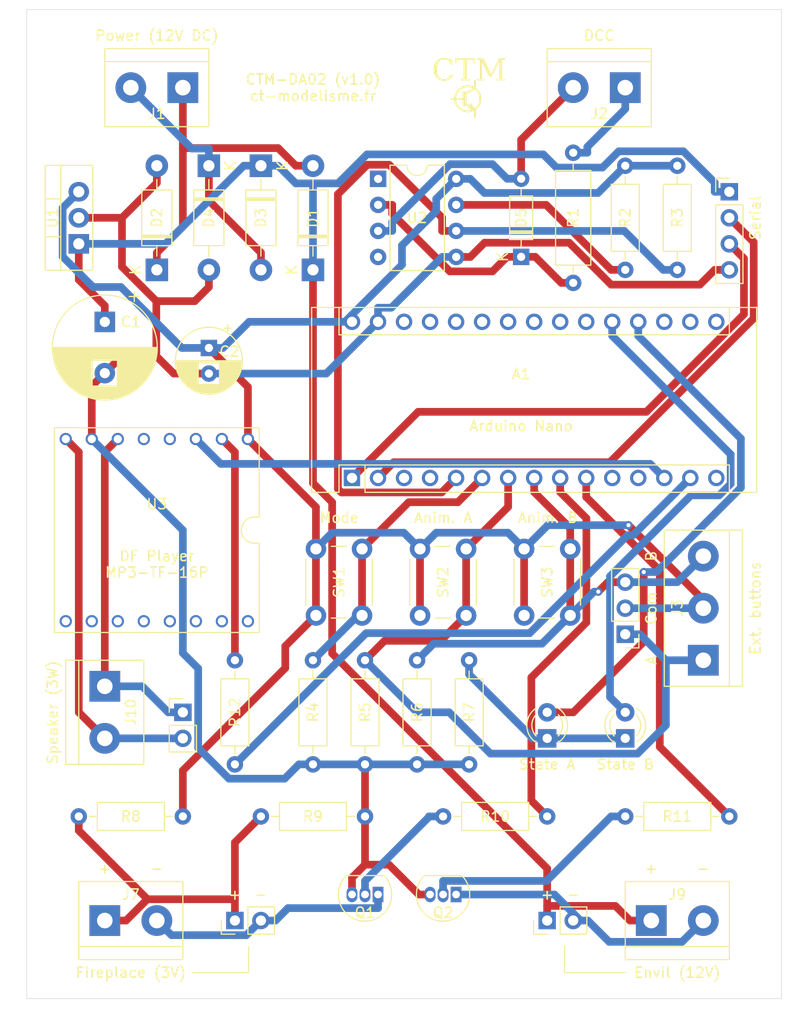
<source format=kicad_pcb>
(kicad_pcb (version 20221018) (generator pcbnew)
  (title_block (title "DA02 - Black-smith - PCB") (date "2023-11-02") (rev "1.0") (company "CT-Modélisme (ct-modelisme.fr)"))
  (layers (0 "F.Cu" signal) (31 "B.Cu" signal) (34 "B.Paste" user) (35 "F.Paste" user) (36 "B.SilkS" user "B.Silkscreen") (37 "F.SilkS" user "F.Silkscreen") (38 "B.Mask" user) (39 "F.Mask" user) (44 "Edge.Cuts" user))
  (net 0 "")
  (net 1 "Net-(A1-Pad1)")
  (net 3 "Net-(A1-Pad2)")
  (net 6 "SW_ANIMATION_A")
  (net 8 "SW_ANIMATION_B")
  (net 9 "DCC")
  (net 10 "FIREPLACE")
  (net 11 "ENVIL")
  (net 15 "DFP_RX")
  (net 16 "SW_MODE")
  (net 17 "DFP_TX")
  (net 18 "LED_STATE_A")
  (net 19 "LED_STATE_B")
  (net 23 "GND")
  (net 25 "+5V")
  (net 28 "VCC")
  (net 29 "Net-(D1-Pad2)")
  (net 30 "Net-(D3-Pad2)")
  (net 31 "Net-(D5-Pad1)")
  (net 33 "Net-(J2-Pad1)")
  (net 34 "Net-(J6-Pad1)")
  (net 35 "Net-(J6-Pad2)")
  (net 36 "Net-(J8-Pad2)")
  (net 37 "Net-(J10-Pad2)")
  (net 38 "Net-(J10-Pad1)")
  (net 39 "Net-(Q1-Pad2)")
  (net 40 "Net-(Q2-Pad2)")
  (net 41 "Net-(R2-Pad2)")
  (net 42 "Net-(R12-Pad2)")
  (net 55 "Net-(D5-Pad2)")
  (net 57 "Net-(D6-Pad1)")
  (footprint "Resistor_THT:R_Axial_DIN0207_L6.3mm_D2.5mm_P10.16mm_Horizontal" (layer "F.Cu") (at 155.43 124.95 180)
    (fp_text reference "R10")
    (fp_text value "2.2k")
  )
  (footprint "Diode_THT:D_DO-41_SOD81_P10.16mm_Horizontal" (layer "F.Cu") (at 122.41 61.45 -90)
    (fp_text reference "D4")
    (fp_text value "1N4001")
  )
  (footprint "Package_TO_SOT_THT:TO-92_Inline" (layer "F.Cu") (at 146.54 132.57 180)
    (fp_text reference "Q2")
    (fp_text value "BC547")
  )
  (footprint "Package_DIP:DIP-8_W7.62mm" (layer "F.Cu") (at 138.93 62.73)
    (fp_text reference "U2")
    (fp_text value "6N137")
  )
  (footprint "Connector_PinHeader_2.54mm:PinHeader_1x02_P2.54mm_Vertical" (layer "F.Cu") (at 124.95 135.11 90)
    (fp_text reference "J6" hide)
    (fp_text value "Connector 01x02")
  )
  (footprint "Connector_PinHeader_2.54mm:PinHeader_1x03_P2.54mm_Vertical" (layer "F.Cu") (at 163.05 107.17 180)
    (fp_text reference "J4" hide)
    (fp_text value "Connector 01x03")
  )
  (footprint "Resistor_THT:R_Axial_DIN0207_L6.3mm_D2.5mm_P10.16mm_Horizontal" (layer "F.Cu") (at 132.57 109.71 -90)
    (fp_text reference "R4")
    (fp_text value "1k")
  )
  (footprint "Connector_PinHeader_2.54mm:PinHeader_1x02_P2.54mm_Vertical" (layer "F.Cu") (at 155.43 135.11 90)
    (fp_text reference "J8" hide)
    (fp_text value "Connector 01x02")
  )
  (footprint "MountingHole:MountingHole_3.2mm_M3" (layer "F.Cu") (at 107.17 140.19)
    (fp_text reference "H4" hide)
    (fp_text value "MountingHole")
  )
  (footprint "Module:Arduino_Nano" (layer "F.Cu") (at 136.38 91.92 90)
    (fp_text reference "A1")
    (fp_text value "Arduino Nano")
  )
  (footprint "Diode_THT:D_DO-41_SOD81_P10.16mm_Horizontal" (layer "F.Cu") (at 117.33 71.61 90)
    (fp_text reference "D2")
    (fp_text value "1N4001")
  )
  (footprint "Capacitor_THT:CP_Radial_D10.0mm_P5.00mm" (layer "F.Cu") (at 112.25 76.69 -90)
    (fp_text reference "C1")
    (fp_text value "470µF")
  )
  (footprint "Button_Switch_THT:SW_PUSH_6mm" (layer "F.Cu") (at 143.02 105.34 90)
    (fp_text reference "SW2")
    (fp_text value "Embeded push btn")
  )
  (footprint "Resistor_THT:R_Axial_DIN0207_L6.3mm_D2.5mm_P10.16mm_Horizontal" (layer "F.Cu") (at 119.87 124.95 180)
    (fp_text reference "R8")
    (fp_text value "56")
  )
  (footprint "Resistor_THT:R_Axial_DIN0207_L6.3mm_D2.5mm_P10.16mm_Horizontal" (layer "F.Cu") (at 142.73 109.71 -90)
    (fp_text reference "R6")
    (fp_text value "1k")
  )
  (footprint "Package_TO_SOT_THT:TO-220-3_Vertical" (layer "F.Cu") (at 109.71 69.07 90)
    (fp_text reference "U1")
    (fp_text value "LM7805")
  )
  (footprint "Resistor_THT:R_Axial_DIN0207_L6.3mm_D2.5mm_P10.16mm_Horizontal" (layer "F.Cu") (at 147.81 119.87 90)
    (fp_text reference "R7")
    (fp_text value "1k")
  )
  (footprint "MountingHole:MountingHole_3.2mm_M3" (layer "F.Cu") (at 175.75 140.19)
    (fp_text reference "H3" hide)
    (fp_text value "MountingHole")
  )
  (footprint "Connector_PinHeader_2.54mm:PinHeader_1x02_P2.54mm_Vertical" (layer "F.Cu") (at 119.87 114.79)
    (fp_text reference "J11" hide)
    (fp_text value "Connector 01x02")
  )
  (footprint "MountingHole:MountingHole_3.2mm_M3" (layer "F.Cu") (at 107.17 48.75)
    (fp_text reference "H1" hide)
    (fp_text value "MountingHole")
  )
  (footprint "Capacitor_THT:CP_Radial_D6.3mm_P2.50mm" (layer "F.Cu") (at 122.41 79.23 -90)
    (fp_text reference "C2")
    (fp_text value "10µF")
  )
  (footprint "Resistor_THT:R_Axial_DIN0207_L6.3mm_D2.5mm_P10.16mm_Horizontal" (layer "F.Cu") (at 137.65 109.71 -90)
    (fp_text reference "R5")
    (fp_text value "1k")
  )
  (footprint "TerminalBlock:TerminalBlock_bornier-2_P5.08mm" (layer "F.Cu") (at 112.25 112.25 -90)
    (fp_text reference "J10")
    (fp_text value "Terminal 01x02")
  )
  (footprint "Connector_PinHeader_2.54mm:PinHeader_1x04_P2.54mm_Vertical" (layer "F.Cu") (at 173.21 63.99)
    (fp_text reference "J5" hide)
    (fp_text value "Connector 01x04")
  )
  (footprint "CTM:DFRobot_DFPlayerMini_DFR0299" (layer "F.Cu") (at 117.33 97.01 180)
    (fp_text reference "U3")
    (fp_text value "DFPlayerMini")
  )
  (footprint "Button_Switch_THT:SW_PUSH_6mm" (layer "F.Cu") (at 153.18 105.34 90)
    (fp_text reference "SW3")
    (fp_text value "Embeded push btn")
  )
  (footprint "TerminalBlock:TerminalBlock_bornier-2_P5.08mm" (layer "F.Cu") (at 112.25 135.11)
    (fp_text reference "J7")
    (fp_text value "Terminal 01x02")
  )
  (footprint "Resistor_THT:R_Axial_DIN0207_L6.3mm_D2.5mm_P10.16mm_Horizontal" (layer "F.Cu") (at 127.49 124.95)
    (fp_text reference "R9")
    (fp_text value "100")
  )
  (footprint "MountingHole:MountingHole_3.2mm_M3" (layer "F.Cu") (at 175.75 48.75)
    (fp_text reference "H2" hide)
    (fp_text value "MountingHole")
  )
  (footprint "Button_Switch_THT:SW_PUSH_6mm" (layer "F.Cu") (at 132.86 105.34 90)
    (fp_text reference "SW1")
    (fp_text value "Embeded push btn")
  )
  (footprint "LED_THT:LED_D3.0mm" (layer "F.Cu") (at 155.43 117.33 90)
    (fp_text reference "D6" hide)
    (fp_text value "LED")
  )
  (footprint "Package_TO_SOT_THT:TO-92_Inline" (layer "F.Cu") (at 138.92 132.57 180)
    (fp_text reference "Q1")
    (fp_text value "BC547")
  )
  (footprint "Diode_THT:D_DO-35_SOD27_P7.62mm_Horizontal" (layer "F.Cu") (at 152.89 70.34 90)
    (fp_text reference "D5")
    (fp_text value "1N4148")
  )
  (footprint "Resistor_THT:R_Axial_DIN0207_L6.3mm_D2.5mm_P10.16mm_Horizontal" (layer "F.Cu") (at 124.95 119.87 90)
    (fp_text reference "R12")
    (fp_text value "1k")
  )
  (footprint "Diode_THT:D_DO-41_SOD81_P10.16mm_Horizontal" (layer "F.Cu") (at 132.57 71.61 90)
    (fp_text reference "D1")
    (fp_text value "1N4001")
  )
  (footprint "TerminalBlock:TerminalBlock_bornier-2_P5.08mm" (layer "F.Cu") (at 165.59 135.11)
    (fp_text reference "J9")
    (fp_text value "Terminal 01x02")
  )
  (footprint "Resistor_THT:R_Axial_DIN0309_L9.0mm_D3.2mm_P12.70mm_Horizontal" (layer "F.Cu") (at 157.97 72.88 90)
    (fp_text reference "R1")
    (fp_text value "1k (1W)")
  )
  (footprint "Resistor_THT:R_Axial_DIN0207_L6.3mm_D2.5mm_P10.16mm_Horizontal" (layer "F.Cu") (at 163.05 61.45 -90)
    (fp_text reference "R2")
    (fp_text value "10k")
  )
  (footprint "Diode_THT:D_DO-41_SOD81_P10.16mm_Horizontal" (layer "F.Cu") (at 127.49 61.45 -90)
    (fp_text reference "D3")
    (fp_text value "1N4001")
  )
  (footprint "LED_THT:LED_D3.0mm" (layer "F.Cu") (at 163.05 117.33 90)
    (fp_text reference "D7" hide)
    (fp_text value "LED")
  )
  (footprint "Resistor_THT:R_Axial_DIN0207_L6.3mm_D2.5mm_P10.16mm_Horizontal" (layer "F.Cu") (at 173.21 124.95 180)
    (fp_text reference "R11")
    (fp_text value "2.2k")
  )
  (footprint "CTM:Logo_CTM_7mm" (layer "F.Cu") (at 147.81 53.83)
    (fp_text reference "G***" hide)
    (fp_text value "LOGO" hide)
  )
  (footprint "TerminalBlock:TerminalBlock_bornier-2_P5.08mm" (layer "F.Cu") (at 119.87 53.83 180)
    (fp_text reference "J1")
    (fp_text value "Terminal 01x02")
  )
  (footprint "TerminalBlock:TerminalBlock_bornier-3_P5.08mm" (layer "F.Cu") (at 170.67 109.71 90)
    (fp_text reference "J3")
    (fp_text value "Terminal 01x03")
  )
  (footprint "TerminalBlock:TerminalBlock_bornier-2_P5.08mm" (layer "F.Cu") (at 163.05 53.83 180)
    (fp_text reference "J2")
    (fp_text value "Terminal 01x02")
  )
  (footprint "Resistor_THT:R_Axial_DIN0207_L6.3mm_D2.5mm_P10.16mm_Horizontal" (layer "F.Cu") (at 168.13 61.45 -90)
    (fp_text reference "R3")
    (fp_text value "10k")
  )
  (gr_line (start 157.124253 140.19) (end 157.124253 137.63187) (stroke (width 0.12)) (layer "F.SilkS"))
  (gr_line (start 163.05 140.19) (end 157.124253 140.19) (stroke (width 0.12)) (layer "F.SilkS"))
  (gr_line (start 126.286336 140.19) (end 126.286336 137.670051) (stroke (width 0.12)) (layer "F.SilkS"))
  (gr_line (start 120.826447 140.19) (end 126.286336 140.19) (stroke (width 0.12)) (layer "F.SilkS"))
  (gr_line (start 104.63 142.73) (end 104.63 46.21) (stroke (width 0.05)) (layer "Edge.Cuts"))
  (gr_line (start 104.63 142.73) (end 178.29 142.73) (stroke (width 0.05)) (layer "Edge.Cuts"))
  (gr_line (start 104.63 46.21) (end 178.29 46.21) (stroke (width 0.05)) (layer "Edge.Cuts"))
  (gr_line (start 178.29 142.73) (end 178.29 46.21) (stroke (width 0.05)) (layer "Edge.Cuts"))
  (gr_text "-" (at 127.49 132.57) (layer "F.SilkS") (effects (font (size 1 1))))
  (gr_text "+" (at 124.95 132.57) (layer "F.SilkS") (effects (font (size 1 1))))
  (gr_text "+" (at 155.43 132.57) (layer "F.SilkS") (effects (font (size 1 1))))
  (gr_text "Serial" (at 175.75 66.53 90) (layer "F.SilkS") (effects (font (size 1 1))))
  (gr_text "-" (at 170.67 130.03) (layer "F.SilkS") (effects (font (size 1 1))))
  (gr_text "Anim. B" (at 155.486868 95.793583) (layer "F.SilkS") (effects (font (size 1 1))))
  (gr_text "Fireplace (3V)" (at 114.79 140.19) (layer "F.SilkS") (effects (font (size 1 1))))
  (gr_text "DCC" (at 160.51 48.75) (layer "F.SilkS") (effects (font (size 1 1))))
  (gr_text "+" (at 165.59 130.03) (layer "F.SilkS") (effects (font (size 1 1))))
  (gr_text "Ext. buttons" (at 175.75 104.63 90) (layer "F.SilkS") (effects (font (size 1 1))))
  (gr_text "DF Player\nMP3-TF-16P" (at 117.33 100.34) (layer "F.SilkS") (effects (font (size 1 1))))
  (gr_text "A" (at 165.59 109.71 90) (layer "F.SilkS") (effects (font (size 1 1))))
  (gr_text "State B" (at 163.05 119.87) (layer "F.SilkS") (effects (font (size 1 1))))
  (gr_text "+" (at 112.25 130.03) (layer "F.SilkS") (effects (font (size 1 1))))
  (gr_text "Arduino Nano" (at 152.89 86.85) (layer "F.SilkS") (effects (font (size 1 1))))
  (gr_text "-" (at 117.33 130.03) (layer "F.SilkS") (effects (font (size 1 1))))
  (gr_text "B" (at 165.59 99.55 90) (layer "F.SilkS") (effects (font (size 1 1))))
  (gr_text "Com" (at 165.59 104.63 90) (layer "F.SilkS") (effects (font (size 1 1))))
  (gr_text "Envil (12V)" (at 168.13 140.19) (layer "F.SilkS") (effects (font (size 1 1))))
  (gr_text "Mode" (at 135.128887 95.793583) (layer "F.SilkS") (effects (font (size 1 1))))
  (gr_text "Power (12V DC)" (at 117.33 48.75) (layer "F.SilkS") (effects (font (size 1 1))))
  (gr_text "-" (at 157.97 132.57) (layer "F.SilkS") (effects (font (size 1 1))))
  (gr_text "State A" (at 155.43 119.87) (layer "F.SilkS") (effects (font (size 1 1))))
  (gr_text "CTM-DA02 (v1.0)\nct-modelisme.fr" (at 132.57 53.83) (layer "F.SilkS") (effects (font (size 1 1))))
  (gr_text "Anim. A" (at 145.276364 95.793583) (layer "F.SilkS") (effects (font (size 1 1))))
  (gr_text "Speaker (3W)" (at 107.17 114.79 90) (layer "F.SilkS") (effects (font (size 1 1))))
  (segment (start 142.8354 85.4646) (end 136.38 91.92) (width 0.75) (layer "F.Cu") (net 1))
  (segment (start 165.1107 85.4646) (end 142.8354 85.4646) (width 0.75) (layer "F.Cu") (net 1))
  (segment (start 174.6378 75.9375) (end 165.1107 85.4646) (width 0.75) (layer "F.Cu") (net 1))
  (segment (start 174.6378 70.4978) (end 174.6378 75.9375) (width 0.75) (layer "F.Cu") (net 1))
  (segment (start 173.21 69.07) (end 174.6378 70.4978) (width 0.75) (layer "F.Cu") (net 1))
  (segment (start 138.92 91.92) (end 140.4566 90.3834) (width 0.75) (layer "F.Cu") (net 3))
  (segment (start 175.5905 76.3409) (end 175.5905 68.9105) (width 0.75) (layer "F.Cu") (net 3))
  (segment (start 140.4566 90.3834) (end 161.548 90.3834) (width 0.75) (layer "F.Cu") (net 3))
  (segment (start 175.5905 68.9105) (end 173.21 66.53) (width 0.75) (layer "F.Cu") (net 3))
  (segment (start 161.548 90.3834) (end 175.5905 76.3409) (width 0.75) (layer "F.Cu") (net 3))
  (segment (start 147.52 98.84) (end 151.62 94.74) (width 0.75) (layer "F.Cu") (net 6))
  (segment (start 147.52 105.34) (end 147.52 98.84) (width 0.75) (layer "F.Cu") (net 6))
  (segment (start 145.0485 107.8115) (end 147.52 105.34) (width 0.75) (layer "F.Cu") (net 6))
  (segment (start 151.62 94.74) (end 151.62 91.92) (width 0.75) (layer "F.Cu") (net 6))
  (segment (start 139.5485 107.8115) (end 145.0485 107.8115) (width 0.75) (layer "F.Cu") (net 6))
  (segment (start 137.65 109.71) (end 139.5485 107.8115) (width 0.75) (layer "F.Cu") (net 6))
  (segment (start 163.05 107.17) (end 164.4769 107.17) (width 0.75) (layer "B.Cu") (net 6))
  (segment (start 167.0169 116.0553) (end 164.2534 118.8188) (width 0.75) (layer "B.Cu") (net 6))
  (segment (start 164.2534 118.8188) (end 149.8937 118.8188) (width 0.75) (layer "B.Cu") (net 6))
  (segment (start 145.8649 114.79) (end 142.73 114.79) (width 0.75) (layer "B.Cu") (net 6))
  (segment (start 170.67 109.71) (end 167.0169 109.71) (width 0.75) (layer "B.Cu") (net 6))
  (segment (start 167.0169 109.71) (end 164.4769 107.17) (width 0.75) (layer "B.Cu") (net 6))
  (segment (start 142.73 114.79) (end 137.65 109.71) (width 0.75) (layer "B.Cu") (net 6))
  (segment (start 149.8937 118.8188) (end 145.8649 114.79) (width 0.75) (layer "B.Cu") (net 6))
  (segment (start 167.0169 109.71) (end 167.0169 116.0553) (width 0.75) (layer "B.Cu") (net 6))
  (segment (start 157.68 96.8169) (end 154.16 93.2969) (width 0.75) (layer "F.Cu") (net 8))
  (segment (start 161.3453 102.09) (end 160.4188 103.0165) (width 0.75) (layer "F.Cu") (net 8))
  (segment (start 157.68 98.84) (end 157.68 96.8169) (width 0.75) (layer "F.Cu") (net 8))
  (segment (start 163.05 102.09) (end 161.3453 102.09) (width 0.75) (layer "F.Cu") (net 8))
  (segment (start 154.16 91.92) (end 154.16 93.2969) (width 0.75) (layer "F.Cu") (net 8))
  (segment (start 157.68 105.34) (end 157.68 98.84) (width 0.75) (layer "F.Cu") (net 8))
  (via (at 160.4188 103.0165) (size 0.8) (drill 0.4) (layers "F.Cu" "B.Cu") (net 8))
  (segment (start 157.68 105.34) (end 154.9252 108.0948) (width 0.75) (layer "B.Cu") (net 8))
  (segment (start 164.4769 102.09) (end 168.13 102.09) (width 0.75) (layer "B.Cu") (net 8))
  (segment (start 157.68 105.34) (end 160.0035 103.0165) (width 0.75) (layer "B.Cu") (net 8))
  (segment (start 144.3452 108.0948) (end 142.73 109.71) (width 0.75) (layer "B.Cu") (net 8))
  (segment (start 154.9252 108.0948) (end 144.3452 108.0948) (width 0.75) (layer "B.Cu") (net 8))
  (segment (start 160.0035 103.0165) (end 160.4188 103.0165) (width 0.75) (layer "B.Cu") (net 8))
  (segment (start 168.13 102.09) (end 170.67 99.55) (width 0.75) (layer "B.Cu") (net 8))
  (segment (start 163.05 102.09) (end 164.4769 102.09) (width 0.75) (layer "B.Cu") (net 8))
  (segment (start 145.1287 93.3313) (end 135.3483 93.3313) (width 0.75) (layer "F.Cu") (net 9))
  (segment (start 135.3483 93.3313) (end 135.0031 92.9861) (width 0.75) (layer "F.Cu") (net 9))
  (segment (start 135.0031 64.2232) (end 137.8732 61.3531) (width 0.75) (layer "F.Cu") (net 9))
  (segment (start 146.55 67.81) (end 145.1731 67.81) (width 0.75) (layer "F.Cu") (net 9))
  (segment (start 146.54 91.92) (end 145.1287 93.3313) (width 0.75) (layer "F.Cu") (net 9))
  (segment (start 137.8732 61.3531) (end 140.007 61.3531) (width 0.75) (layer "F.Cu") (net 9))
  (segment (start 140.007 61.3531) (end 145.1731 66.5192) (width 0.75) (layer "F.Cu") (net 9))
  (segment (start 145.1731 66.5192) (end 145.1731 67.81) (width 0.75) (layer "F.Cu") (net 9))
  (segment (start 135.0031 92.9861) (end 135.0031 64.2232) (width 0.75) (layer "F.Cu") (net 9))
  (segment (start 168.13 71.61) (end 166.7531 71.61) (width 0.75) (layer "B.Cu") (net 9))
  (segment (start 162.9531 67.81) (end 146.55 67.81) (width 0.75) (layer "B.Cu") (net 9))
  (segment (start 166.7531 71.61) (end 162.9531 67.81) (width 0.75) (layer "B.Cu") (net 9))
  (segment (start 153.8864 111.3911) (end 153.8864 123.4064) (width 0.75) (layer "F.Cu") (net 10))
  (segment (start 159.2569 95.8538) (end 159.2569 106.0206) (width 0.75) (layer "F.Cu") (net 10))
  (segment (start 159.2569 106.0206) (end 153.8864 111.3911) (width 0.75) (layer "F.Cu") (net 10))
  (segment (start 156.7 93.2969) (end 159.2569 95.8538) (width 0.75) (layer "F.Cu") (net 10))
  (segment (start 156.7 91.92) (end 156.7 93.2969) (width 0.75) (layer "F.Cu") (net 10))
  (segment (start 153.8864 123.4064) (end 155.43 124.95) (width 0.75) (layer "F.Cu") (net 10))
  (segment (start 166.422 118.162) (end 166.422 100.9635) (width 0.75) (layer "F.Cu") (net 11))
  (segment (start 159.24 91.92) (end 159.24 93.2969) (width 0.75) (layer "F.Cu") (net 11))
  (segment (start 166.422 100.9635) (end 159.24 93.7815) (width 0.75) (layer "F.Cu") (net 11))
  (segment (start 173.21 124.95) (end 166.422 118.162) (width 0.75) (layer "F.Cu") (net 11))
  (segment (start 159.24 93.7815) (end 159.24 93.2969) (width 0.75) (layer "F.Cu") (net 11))
  (segment (start 121.14 88.12) (end 123.563 90.543) (width 0.75) (layer "B.Cu") (net 15))
  (segment (start 123.563 90.543) (end 165.483 90.543) (width 0.75) (layer "B.Cu") (net 15))
  (segment (start 165.483 90.543) (end 166.86 91.92) (width 0.75) (layer "B.Cu") (net 15))
  (segment (start 141.9168 94.2832) (end 137.36 98.84) (width 0.75) (layer "F.Cu") (net 16))
  (segment (start 149.08 91.92) (end 146.7168 94.2832) (width 0.75) (layer "F.Cu") (net 16))
  (segment (start 137.36 105.34) (end 137.36 98.84) (width 0.75) (layer "F.Cu") (net 16))
  (segment (start 146.7168 94.2832) (end 141.9168 94.2832) (width 0.75) (layer "F.Cu") (net 16))
  (segment (start 136.94 105.34) (end 132.57 109.71) (width 0.75) (layer "B.Cu") (net 16))
  (segment (start 137.36 105.34) (end 136.94 105.34) (width 0.75) (layer "B.Cu") (net 16))
  (segment (start 169.4 91.92) (end 163.8165 97.5035) (width 0.75) (layer "B.Cu") (net 17))
  (segment (start 153.7267 107.0632) (end 137.7568 107.0632) (width 0.75) (layer "B.Cu") (net 17))
  (segment (start 163.2864 97.5035) (end 153.7267 107.0632) (width 0.75) (layer "B.Cu") (net 17))
  (segment (start 137.7568 107.0632) (end 124.95 119.87) (width 0.75) (layer "B.Cu") (net 17))
  (segment (start 163.8165 97.5035) (end 163.2864 97.5035) (width 0.75) (layer "B.Cu") (net 17))
  (segment (start 164.8564 107.9154) (end 164.8564 101.0998) (width 0.75) (layer "F.Cu") (net 18))
  (segment (start 157.9818 114.79) (end 164.8564 107.9154) (width 0.75) (layer "F.Cu") (net 18))
  (segment (start 155.43 114.79) (end 157.9818 114.79) (width 0.75) (layer "F.Cu") (net 18))
  (via (at 164.8564 101.0998) (size 0.8) (drill 0.4) (layers "F.Cu" "B.Cu") (net 18))
  (segment (start 164.32 76.68) (end 164.32 78.0569) (width 0.75) (layer "B.Cu") (net 18))
  (segment (start 164.8564 101.0998) (end 166.104 101.0998) (width 0.75) (layer "B.Cu") (net 18))
  (segment (start 174.3356 88.0725) (end 164.32 78.0569) (width 0.75) (layer "B.Cu") (net 18))
  (segment (start 166.104 101.0998) (end 174.3356 92.8682) (width 0.75) (layer "B.Cu") (net 18))
  (segment (start 174.3356 92.8682) (end 174.3356 88.0725) (width 0.75) (layer "B.Cu") (net 18))
  (segment (start 172.2172 93.6178) (end 169.4615 93.6178) (width 0.75) (layer "B.Cu") (net 19))
  (segment (start 161.78 78.0569) (end 173.3397 89.6166) (width 0.75) (layer "B.Cu") (net 19))
  (segment (start 161.78 76.68) (end 161.78 78.0569) (width 0.75) (layer "B.Cu") (net 19))
  (segment (start 161.5632 113.3032) (end 163.05 114.79) (width 0.75) (layer "B.Cu") (net 19))
  (segment (start 173.3397 92.4953) (end 172.2172 93.6178) (width 0.75) (layer "B.Cu") (net 19))
  (segment (start 161.5632 101.5161) (end 161.5632 113.3032) (width 0.75) (layer "B.Cu") (net 19))
  (segment (start 173.3397 89.6166) (end 173.3397 92.4953) (width 0.75) (layer "B.Cu") (net 19))
  (segment (start 169.4615 93.6178) (end 161.5632 101.5161) (width 0.75) (layer "B.Cu") (net 19))
  (segment (start 170.3404 73.0527) (end 161.6687 73.0527) (width 0.75) (layer "F.Cu") (net 23))
  (segment (start 111.2869 66.53) (end 113.9269 66.53) (width 0.75) (layer "F.Cu") (net 23))
  (segment (start 171.7831 71.61) (end 170.3404 73.0527) (width 0.75) (layer "F.Cu") (net 23))
  (segment (start 146.55 70.35) (end 147.9269 70.35) (width 0.75) (layer "F.Cu") (net 23))
  (segment (start 137.65 124.95) (end 137.65 126.3269) (width 0.75) (layer "F.Cu") (net 23))
  (segment (start 157.5774 68.9614) (end 149.3155 68.9614) (width 0.75) (layer "F.Cu") (net 23))
  (segment (start 109.71 66.53) (end 111.2869 66.53) (width 0.75) (layer "F.Cu") (net 23))
  (segment (start 137.65 129.6584) (end 137.65 126.3269) (width 0.75) (layer "F.Cu") (net 23))
  (segment (start 139.9865 129.6584) (end 142.8981 132.57) (width 0.75) (layer "F.Cu") (net 23))
  (segment (start 113.9269 66.53) (end 117.33 63.1269) (width 0.75) (layer "F.Cu") (net 23))
  (segment (start 113.9269 71.3107) (end 117.28 74.6638) (width 0.75) (layer "F.Cu") (net 23))
  (segment (start 122.41 71.61) (end 122.41 73.2869) (width 0.75) (layer "F.Cu") (net 23))
  (segment (start 137.65 124.95) (end 137.65 119.87) (width 0.75) (layer "F.Cu") (net 23))
  (segment (start 136.38 130.9284) (end 137.65 129.6584) (width 0.75) (layer "F.Cu") (net 23))
  (segment (start 161.6687 73.0527) (end 157.5774 68.9614) (width 0.75) (layer "F.Cu") (net 23))
  (segment (start 110.98 88.12) (end 110.98 82.96) (width 0.75) (layer "F.Cu") (net 23))
  (segment (start 144 132.57) (end 142.8981 132.57) (width 0.75) (layer "F.Cu") (net 23))
  (segment (start 112.25 81.69) (end 113.9097 80.0303) (width 0.75) (layer "F.Cu") (net 23))
  (segment (start 122.41 81.73) (end 118.9797 81.73) (width 0.75) (layer "F.Cu") (net 23))
  (segment (start 149.3155 68.9614) (end 147.9269 70.35) (width 0.75) (layer "F.Cu") (net 23))
  (segment (start 118.9797 81.73) (end 117.28 80.0303) (width 0.75) (layer "F.Cu") (net 23))
  (segment (start 110.98 82.96) (end 112.25 81.69) (width 0.75) (layer "F.Cu") (net 23))
  (segment (start 117.33 61.45) (end 117.33 63.1269) (width 0.75) (layer "F.Cu") (net 23))
  (segment (start 173.21 71.61) (end 171.7831 71.61) (width 0.75) (layer "F.Cu") (net 23))
  (segment (start 117.28 80.0303) (end 117.28 74.6638) (width 0.75) (layer "F.Cu") (net 23))
  (segment (start 117.28 74.6638) (end 121.0331 74.6638) (width 0.75) (layer "F.Cu") (net 23))
  (segment (start 136.38 132.57) (end 136.38 130.9284) (width 0.75) (layer "F.Cu") (net 23))
  (segment (start 137.65 129.6584) (end 139.9865 129.6584) (width 0.75) (layer "F.Cu") (net 23))
  (segment (start 113.9269 66.53) (end 113.9269 71.3107) (width 0.75) (layer "F.Cu") (net 23))
  (segment (start 113.9097 80.0303) (end 117.28 80.0303) (width 0.75) (layer "F.Cu") (net 23))
  (segment (start 121.0331 74.6638) (end 122.41 73.2869) (width 0.75) (layer "F.Cu") (net 23))
  (segment (start 119.87 109.0106) (end 119.87 97.01) (width 0.75) (layer "B.Cu") (net 23))
  (segment (start 146.55 70.35) (end 145.1731 70.35) (width 0.75) (layer "B.Cu") (net 23))
  (segment (start 137.65 119.87) (end 132.57 119.87) (width 0.75) (layer "B.Cu") (net 23))
  (segment (start 132.57 119.87) (end 131.1931 119.87) (width 0.75) (layer "B.Cu") (net 23))
  (segment (start 147.81 119.87) (end 142.73 119.87) (width 0.75) (layer "B.Cu") (net 23))
  (segment (start 131.1931 119.87) (end 129.7955 121.2676) (width 0.75) (layer "B.Cu") (net 23))
  (segment (start 121.3648 110.5054) (end 119.87 109.0106) (width 0.75) (layer "B.Cu") (net 23))
  (segment (start 119.87 97.01) (end 110.98 88.12) (width 0.75) (layer "B.Cu") (net 23))
  (segment (start 122.41 81.73) (end 133.87 81.73) (width 0.75) (layer "B.Cu") (net 23))
  (segment (start 138.92 75.3031) (end 140.22 75.3031) (width 0.75) (layer "B.Cu") (net 23))
  (segment (start 129.7955 121.2676) (end 124.3687 121.2676) (width 0.75) (layer "B.Cu") (net 23))
  (segment (start 121.3648 118.2637) (end 121.3648 110.5054) (width 0.75) (layer "B.Cu") (net 23))
  (segment (start 142.73 119.87) (end 137.65 119.87) (width 0.75) (layer "B.Cu") (net 23))
  (segment (start 124.3687 121.2676) (end 121.3648 118.2637) (width 0.75) (layer "B.Cu") (net 23))
  (segment (start 133.87 81.73) (end 138.92 76.68) (width 0.75) (layer "B.Cu") (net 23))
  (segment (start 140.22 75.3031) (end 145.1731 70.35) (width 0.75) (layer "B.Cu") (net 23))
  (segment (start 138.92 76.68) (end 138.92 75.3031) (width 0.75) (layer "B.Cu") (net 23))
  (segment (start 132.86 94.76) (end 132.86 98.84) (width 0.75) (layer "F.Cu") (net 25))
  (segment (start 126.22 88.12) (end 132.86 94.76) (width 0.75) (layer "F.Cu") (net 25))
  (segment (start 119.87 124.95) (end 119.87 120.4649) (width 0.75) (layer "F.Cu") (net 25))
  (segment (start 119.87 120.4649) (end 129.8654 110.4695) (width 0.75) (layer "F.Cu") (net 25))
  (segment (start 143.02 105.34) (end 143.02 98.84) (width 0.75) (layer "F.Cu") (net 25))
  (segment (start 132.86 105.34) (end 132.86 98.84) (width 0.75) (layer "F.Cu") (net 25))
  (segment (start 126.22 83.04) (end 126.22 88.12) (width 0.75) (layer "F.Cu") (net 25))
  (segment (start 170.67 103.8301) (end 170.67 104.63) (width 0.75) (layer "F.Cu") (net 25))
  (segment (start 122.41 79.23) (end 126.22 83.04) (width 0.75) (layer "F.Cu") (net 25))
  (segment (start 163.3665 96.5266) (end 170.67 103.8301) (width 0.75) (layer "F.Cu") (net 25))
  (segment (start 129.8654 108.3346) (end 132.86 105.34) (width 0.75) (layer "F.Cu") (net 25))
  (segment (start 153.18 105.34) (end 153.18 98.84) (width 0.75) (layer "F.Cu") (net 25))
  (segment (start 129.8654 110.4695) (end 129.8654 108.3346) (width 0.75) (layer "F.Cu") (net 25))
  (via (at 163.3665 96.5266) (size 0.8) (drill 0.4) (layers "F.Cu" "B.Cu") (net 25))
  (segment (start 113.8254 73.2854) (end 119.77 79.23) (width 0.75) (layer "B.Cu") (net 25))
  (segment (start 141.2573 69.2186) (end 144.5979 65.878) (width 0.75) (layer "B.Cu") (net 25))
  (segment (start 135.0031 76.68) (end 126.3369 76.68) (width 0.75) (layer "B.Cu") (net 25))
  (segment (start 153.18 98.84) (end 151.6031 97.2631) (width 0.75) (layer "B.Cu") (net 25))
  (segment (start 151.6031 97.2631) (end 144.5969 97.2631) (width 0.75) (layer "B.Cu") (net 25))
  (segment (start 108.1331 65.5669) (end 108.1331 70.3151) (width 0.75) (layer "B.Cu") (net 25))
  (segment (start 144.5979 64.6821) (end 146.55 62.73) (width 0.75) (layer "B.Cu") (net 25))
  (segment (start 144.5979 65.878) (end 144.5979 64.6821) (width 0.75) (layer "B.Cu") (net 25))
  (segment (start 163.3665 96.5266) (end 155.4934 96.5266) (width 0.75) (layer "B.Cu") (net 25))
  (segment (start 109.71 63.99) (end 108.1331 65.5669) (width 0.75) (layer "B.Cu") (net 25))
  (segment (start 170.67 104.63) (end 163.05 104.63) (width 0.75) (layer "B.Cu") (net 25))
  (segment (start 119.77 79.23) (end 122.41 79.23) (width 0.75) (layer "B.Cu") (net 25))
  (segment (start 160.3932 64.1068) (end 149.3037 64.1068) (width 0.75) (layer "B.Cu") (net 25))
  (segment (start 144.5969 97.2631) (end 143.02 98.84) (width 0.75) (layer "B.Cu") (net 25))
  (segment (start 155.4934 96.5266) (end 153.18 98.84) (width 0.75) (layer "B.Cu") (net 25))
  (segment (start 149.3037 64.1068) (end 147.9269 62.73) (width 0.75) (layer "B.Cu") (net 25))
  (segment (start 141.4431 97.2631) (end 143.02 98.84) (width 0.75) (layer "B.Cu") (net 25))
  (segment (start 126.3369 76.68) (end 123.7869 79.23) (width 0.75) (layer "B.Cu") (net 25))
  (segment (start 122.41 79.23) (end 123.7869 79.23) (width 0.75) (layer "B.Cu") (net 25))
  (segment (start 132.86 98.84) (end 134.4369 97.2631) (width 0.75) (layer "B.Cu") (net 25))
  (segment (start 135.6916 76.68) (end 135.0031 76.68) (width 0.75) (layer "B.Cu") (net 25))
  (segment (start 163.05 61.45) (end 160.3932 64.1068) (width 0.75) (layer "B.Cu") (net 25))
  (segment (start 146.55 62.73) (end 147.9269 62.73) (width 0.75) (layer "B.Cu") (net 25))
  (segment (start 136.38 76.68) (end 135.6916 76.68) (width 0.75) (layer "B.Cu") (net 25))
  (segment (start 111.1034 73.2854) (end 113.8254 73.2854) (width 0.75) (layer "B.Cu") (net 25))
  (segment (start 168.13 61.45) (end 163.05 61.45) (width 0.75) (layer "B.Cu") (net 25))
  (segment (start 108.1331 70.3151) (end 111.1034 73.2854) (width 0.75) (layer "B.Cu") (net 25))
  (segment (start 135.6916 76.68) (end 141.2573 71.1143) (width 0.75) (layer "B.Cu") (net 25))
  (segment (start 134.4369 97.2631) (end 141.4431 97.2631) (width 0.75) (layer "B.Cu") (net 25))
  (segment (start 141.2573 71.1143) (end 141.2573 69.2186) (width 0.75) (layer "B.Cu") (net 25))
  (segment (start 162.0862 133.6831) (end 155.43 133.6831) (width 0.75) (layer "F.Cu") (net 28))
  (segment (start 163.5131 135.11) (end 162.0862 133.6831) (width 0.75) (layer "F.Cu") (net 28))
  (segment (start 134.4427 94.289) (end 134.4427 109.0427) (width 0.75) (layer "F.Cu") (net 28))
  (segment (start 112.25 76.69) (end 112.25 75.1131) (width 0.75) (layer "F.Cu") (net 28))
  (segment (start 155.43 130.03) (end 155.43 133.6831) (width 0.75) (layer "F.Cu") (net 28))
  (segment (start 109.71 72.5731) (end 112.25 75.1131) (width 0.75) (layer "F.Cu") (net 28))
  (segment (start 165.59 135.11) (end 163.5131 135.11) (width 0.75) (layer "F.Cu") (net 28))
  (segment (start 134.4427 109.0427) (end 155.43 130.03) (width 0.75) (layer "F.Cu") (net 28))
  (segment (start 109.71 69.07) (end 109.71 72.5731) (width 0.75) (layer "F.Cu") (net 28))
  (segment (start 132.57 71.61) (end 132.57 92.4163) (width 0.75) (layer "F.Cu") (net 28))
  (segment (start 132.57 92.4163) (end 134.4427 94.289) (width 0.75) (layer "F.Cu") (net 28))
  (segment (start 155.43 133.6831) (end 155.43 135.11) (width 0.75) (layer "F.Cu") (net 28))
  (segment (start 130.8881 63.1712) (end 132.57 63.1712) (width 0.75) (layer "B.Cu") (net 28))
  (segment (start 127.49 61.45) (end 125.8131 61.45) (width 0.75) (layer "B.Cu") (net 28))
  (segment (start 132.57 63.1712) (end 135.0121 63.1712) (width 0.75) (layer "B.Cu") (net 28))
  (segment (start 155.0544 60.3432) (end 156.3372 61.626) (width 0.75) (layer "B.Cu") (net 28))
  (segment (start 137.8401 60.3432) (end 155.0544 60.3432) (width 0.75) (layer "B.Cu") (net 28))
  (segment (start 160.829 61.626) (end 162.415 60.04) (width 0.75) (layer "B.Cu") (net 28))
  (segment (start 132.57 63.1712) (end 132.57 71.61) (width 0.75) (layer "B.Cu") (net 28))
  (segment (start 118.1931 69.07) (end 125.8131 61.45) (width 0.75) (layer "B.Cu") (net 28))
  (segment (start 127.49 61.45) (end 129.1669 61.45) (width 0.75) (layer "B.Cu") (net 28))
  (segment (start 129.1669 61.45) (end 130.8881 63.1712) (width 0.75) (layer "B.Cu") (net 28))
  (segment (start 109.71 69.07) (end 118.1931 69.07) (width 0.75) (layer "B.Cu") (net 28))
  (segment (start 156.3372 61.626) (end 160.829 61.626) (width 0.75) (layer "B.Cu") (net 28))
  (segment (start 171.7831 63.0982) (end 171.7831 63.99) (width 0.75) (layer "B.Cu") (net 28))
  (segment (start 162.415 60.04) (end 168.7249 60.04) (width 0.75) (layer "B.Cu") (net 28))
  (segment (start 135.0121 63.1712) (end 137.8401 60.3432) (width 0.75) (layer "B.Cu") (net 28))
  (segment (start 168.7249 60.04) (end 171.7831 63.0982) (width 0.75) (layer "B.Cu") (net 28))
  (segment (start 173.21 63.99) (end 171.7831 63.99) (width 0.75) (layer "B.Cu") (net 28))
  (segment (start 132.57 61.45) (end 130.8931 61.45) (width 0.75) (layer "F.Cu") (net 29))
  (segment (start 119.87 59.7273) (end 129.1704 59.7273) (width 0.75) (layer "F.Cu") (net 29))
  (segment (start 119.87 59.7273) (end 119.87 67.3931) (width 0.75) (layer "F.Cu") (net 29))
  (segment (start 119.87 67.3931) (end 117.33 69.9331) (width 0.75) (layer "F.Cu") (net 29))
  (segment (start 117.33 71.61) (end 117.33 69.9331) (width 0.75) (layer "F.Cu") (net 29))
  (segment (start 129.1704 59.7273) (end 130.8931 61.45) (width 0.75) (layer "F.Cu") (net 29))
  (segment (start 119.87 53.83) (end 119.87 59.7273) (width 0.75) (layer "F.Cu") (net 29))
  (segment (start 127.49 69.9331) (end 122.41 64.8531) (width 0.75) (layer "F.Cu") (net 30))
  (segment (start 127.49 71.61) (end 127.49 69.9331) (width 0.75) (layer "F.Cu") (net 30))
  (segment (start 122.41 64.8531) (end 122.41 61.45) (width 0.75) (layer "F.Cu") (net 30))
  (segment (start 120.7331 59.7731) (end 122.41 59.7731) (width 0.75) (layer "B.Cu") (net 30))
  (segment (start 114.79 53.83) (end 120.7331 59.7731) (width 0.75) (layer "B.Cu") (net 30))
  (segment (start 122.41 61.45) (end 122.41 59.7731) (width 0.75) (layer "B.Cu") (net 30))
  (segment (start 157.97 72.88) (end 156.8069 72.88) (width 0.75) (layer "F.Cu") (net 31))
  (segment (start 145.924 71.7601) (end 140.3069 66.143) (width 0.75) (layer "F.Cu") (net 31))
  (segment (start 156.8069 72.88) (end 154.2669 70.34) (width 0.75) (layer "F.Cu") (net 31))
  (segment (start 138.93 65.27) (end 140.3069 65.27) (width 0.75) (layer "F.Cu") (net 31))
  (segment (start 152.89 70.34) (end 151.5131 70.34) (width 0.75) (layer "F.Cu") (net 31))
  (segment (start 151.5131 70.34) (end 150.093 71.7601) (width 0.75) (layer "F.Cu") (net 31))
  (segment (start 152.89 70.34) (end 154.2669 70.34) (width 0.75) (layer "F.Cu") (net 31))
  (segment (start 140.3069 66.143) (end 140.3069 65.27) (width 0.75) (layer "F.Cu") (net 31))
  (segment (start 150.093 71.7601) (end 145.924 71.7601) (width 0.75) (layer "F.Cu") (net 31))
  (segment (start 163.05 55.9069) (end 159.3469 59.61) (width 0.75) (layer "B.Cu") (net 33))
  (segment (start 157.97 60.18) (end 159.3469 60.18) (width 0.75) (layer "B.Cu") (net 33))
  (segment (start 163.05 53.83) (end 163.05 55.9069) (width 0.75) (layer "B.Cu") (net 33))
  (segment (start 159.3469 59.61) (end 159.3469 60.18) (width 0.75) (layer "B.Cu") (net 33))
  (segment (start 116.4038 133.0331) (end 114.3269 135.11) (width 0.75) (layer "F.Cu") (net 34))
  (segment (start 124.95 133.0331) (end 116.4038 133.0331) (width 0.75) (layer "F.Cu") (net 34))
  (segment (start 124.95 127.49) (end 124.95 133.0331) (width 0.75) (layer "F.Cu") (net 34))
  (segment (start 116.4038 133.0331) (end 116.4038 133.0207) (width 0.75) (layer "F.Cu") (net 34))
  (segment (start 116.4038 133.0207) (end 109.71 126.3269) (width 0.75) (layer "F.Cu") (net 34))
  (segment (start 124.95 133.0331) (end 124.95 135.11) (width 0.75) (layer "F.Cu") (net 34))
  (segment (start 109.71 124.95) (end 109.71 126.3269) (width 0.75) (layer "F.Cu") (net 34))
  (segment (start 127.49 124.95) (end 124.95 127.49) (width 0.75) (layer "F.Cu") (net 34))
  (segment (start 112.25 135.11) (end 114.3269 135.11) (width 0.75) (layer "F.Cu") (net 34))
  (segment (start 117.33 135.11) (end 118.7569 136.5369) (width 0.75) (layer "B.Cu") (net 35))
  (segment (start 138.92 133.8969) (end 130.13 133.8969) (width 0.75) (layer "B.Cu") (net 35))
  (segment (start 118.7569 136.5369) (end 126.0631 136.5369) (width 0.75) (layer "B.Cu") (net 35))
  (segment (start 138.92 132.57) (end 138.92 133.8969) (width 0.75) (layer "B.Cu") (net 35))
  (segment (start 126.0631 136.5369) (end 127.49 135.11) (width 0.75) (layer "B.Cu") (net 35))
  (segment (start 127.49 135.11) (end 128.9169 135.11) (width 0.75) (layer "B.Cu") (net 35))
  (segment (start 130.13 133.8969) (end 128.9169 135.11) (width 0.75) (layer "B.Cu") (net 35))
  (segment (start 168.5931 137.1869) (end 161.4738 137.1869) (width 0.75) (layer "B.Cu") (net 36))
  (segment (start 170.67 135.11) (end 168.5931 137.1869) (width 0.75) (layer "B.Cu") (net 36))
  (segment (start 156.1435 132.57) (end 146.54 132.57) (width 0.75) (layer "B.Cu") (net 36))
  (segment (start 161.4738 137.1869) (end 159.3969 135.11) (width 0.75) (layer "B.Cu") (net 36))
  (segment (start 158.6835 135.11) (end 156.1435 132.57) (width 0.75) (layer "B.Cu") (net 36))
  (segment (start 157.97 135.11) (end 158.6835 135.11) (width 0.75) (layer "B.Cu") (net 36))
  (segment (start 158.6835 135.11) (end 159.3969 135.11) (width 0.75) (layer "B.Cu") (net 36))
  (segment (start 109.71 114.79) (end 112.25 117.33) (width 0.75) (layer "F.Cu") (net 37))
  (segment (start 108.44 88.12) (end 109.71 89.39) (width 0.75) (layer "F.Cu") (net 37))
  (segment (start 109.71 89.39) (end 109.71 114.79) (width 0.75) (layer "F.Cu") (net 37))
  (segment (start 112.25 117.33) (end 119.87 117.33) (width 0.75) (layer "B.Cu") (net 37))
  (segment (start 113.52 88.12) (end 112.25 89.39) (width 0.75) (layer "F.Cu") (net 38))
  (segment (start 112.25 89.39) (end 112.25 112.25) (width 0.75) (layer "F.Cu") (net 38))
  (segment (start 115.9031 112.25) (end 118.4431 114.79) (width 0.75) (layer "B.Cu") (net 38))
  (segment (start 119.87 114.79) (end 118.4431 114.79) (width 0.75) (layer "B.Cu") (net 38))
  (segment (start 112.25 112.25) (end 115.9031 112.25) (width 0.75) (layer "B.Cu") (net 38))
  (segment (start 143.8931 125) (end 143.8931 124.95) (width 0.75) (layer "B.Cu") (net 39))
  (segment (start 137.65 131.2431) (end 143.8931 125) (width 0.75) (layer "B.Cu") (net 39))
  (segment (start 145.27 124.95) (end 143.8931 124.95) (width 0.75) (layer "B.Cu") (net 39))
  (segment (start 137.65 132.57) (end 137.65 131.2431) (width 0.75) (layer "B.Cu") (net 39))
  (segment (start 161.6731 124.95) (end 155.38 131.2431) (width 0.75) (layer "B.Cu") (net 40))
  (segment (start 155.38 131.2431) (end 145.27 131.2431) (width 0.75) (layer "B.Cu") (net 40))
  (segment (start 145.27 132.57) (end 145.27 131.2431) (width 0.75) (layer "B.Cu") (net 40))
  (segment (start 163.05 124.95) (end 161.6731 124.95) (width 0.75) (layer "B.Cu") (net 40))
  (segment (start 161.6731 71.61) (end 155.3331 65.27) (width 0.75) (layer "F.Cu") (net 41))
  (segment (start 163.05 71.61) (end 161.6731 71.61) (width 0.75) (layer "F.Cu") (net 41))
  (segment (start 155.3331 65.27) (end 146.55 65.27) (width 0.75) (layer "F.Cu") (net 41))
  (segment (start 124.95 89.39) (end 123.68 88.12) (width 0.75) (layer "F.Cu") (net 42))
  (segment (start 124.95 109.71) (end 124.95 89.39) (width 0.75) (layer "F.Cu") (net 42))
  (segment (start 152.89 58.91) (end 152.89 62.72) (width 0.75) (layer "F.Cu") (net 55))
  (segment (start 157.97 53.83) (end 152.89 58.91) (width 0.75) (layer "F.Cu") (net 55))
  (segment (start 138.93 67.81) (end 140.3069 67.81) (width 0.75) (layer "B.Cu") (net 55))
  (segment (start 150.0917 61.2986) (end 145.9433 61.2986) (width 0.75) (layer "B.Cu") (net 55))
  (segment (start 140.3069 66.935) (end 140.3069 67.81) (width 0.75) (layer "B.Cu") (net 55))
  (segment (start 152.89 62.72) (end 151.5131 62.72) (width 0.75) (layer "B.Cu") (net 55))
  (segment (start 151.5131 62.72) (end 150.0917 61.2986) (width 0.75) (layer "B.Cu") (net 55))
  (segment (start 145.9433 61.2986) (end 140.3069 66.935) (width 0.75) (layer "B.Cu") (net 55))
  (segment (start 153.9531 117.33) (end 153.9531 117.23) (width 0.75) (layer "B.Cu") (net 57))
  (segment (start 153.9531 117.23) (end 147.81 111.0869) (width 0.75) (layer "B.Cu") (net 57))
  (segment (start 147.81 109.71) (end 147.81 111.0869) (width 0.75) (layer "B.Cu") (net 57))
  (segment (start 163.05 117.33) (end 155.43 117.33) (width 0.75) (layer "B.Cu") (net 57))
  (segment (start 155.43 117.33) (end 153.9531 117.33) (width 0.75) (layer "B.Cu") (net 57))
)
</source>
